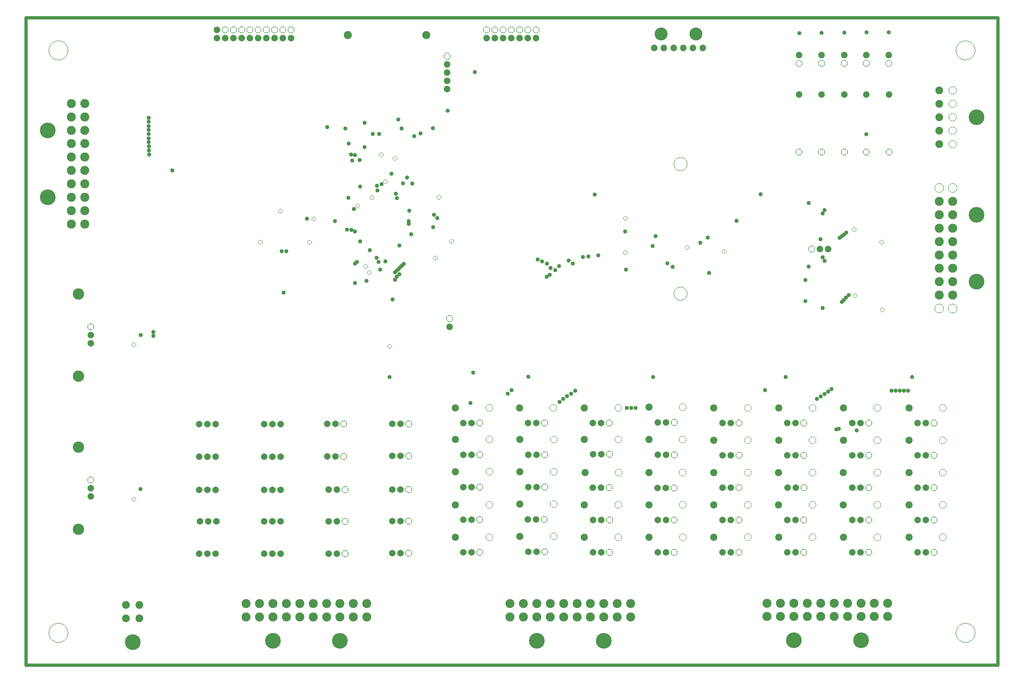
<source format=gbr>
%TF.GenerationSoftware,Altium Limited,Altium Designer,18.0.11 (651)*%
G04 Layer_Physical_Order=3*
G04 Layer_Color=32768*
%FSLAX26Y26*%
%MOIN*%
%TF.FileFunction,Copper,L3,Inr,Plane*%
%TF.Part,Single*%
G01*
G75*
%TA.AperFunction,NonConductor*%
%ADD68C,0.040000*%
%TA.AperFunction,ComponentPad*%
%ADD69C,0.079370*%
%ADD70C,0.086614*%
%ADD71C,0.078740*%
%ADD72C,0.157480*%
%ADD73C,0.079528*%
%TA.AperFunction,ViaPad*%
%ADD74C,0.137795*%
%TA.AperFunction,ComponentPad*%
%ADD75C,0.078740*%
G04:AMPARAMS|DCode=76|XSize=82.677mil|YSize=82.677mil|CornerRadius=0mil|HoleSize=0mil|Usage=FLASHONLY|Rotation=0.000|XOffset=0mil|YOffset=0mil|HoleType=Round|Shape=Relief|Width=5.906mil|Gap=5.906mil|Entries=4|*
%AMTHD76*
7,0,0,0.082677,0.070866,0.005906,45*
%
%ADD76THD76*%
%ADD79C,0.110236*%
%ADD80C,0.191339*%
%ADD81C,0.098425*%
%ADD82C,0.094488*%
G04:AMPARAMS|DCode=83|XSize=98.425mil|YSize=98.425mil|CornerRadius=0mil|HoleSize=0mil|Usage=FLASHONLY|Rotation=0.000|XOffset=0mil|YOffset=0mil|HoleType=Round|Shape=Relief|Width=5.906mil|Gap=5.906mil|Entries=4|*
%AMTHD83*
7,0,0,0.098425,0.086614,0.005906,45*
%
%ADD83THD83*%
G04:AMPARAMS|DCode=84|XSize=83.307mil|YSize=83.307mil|CornerRadius=0mil|HoleSize=0mil|Usage=FLASHONLY|Rotation=0.000|XOffset=0mil|YOffset=0mil|HoleType=Round|Shape=Relief|Width=5.906mil|Gap=5.906mil|Entries=4|*
%AMTHD84*
7,0,0,0.083307,0.071496,0.005906,45*
%
%ADD84THD84*%
%TA.AperFunction,ViaPad*%
%ADD85C,0.051181*%
G04:AMPARAMS|DCode=86|XSize=55.118mil|YSize=55.118mil|CornerRadius=0mil|HoleSize=0mil|Usage=FLASHONLY|Rotation=0.000|XOffset=0mil|YOffset=0mil|HoleType=Round|Shape=Relief|Width=5.906mil|Gap=5.906mil|Entries=4|*
%AMTHD86*
7,0,0,0.055118,0.043307,0.005906,45*
%
%ADD86THD86*%
%TA.AperFunction,ComponentPad*%
G04:AMPARAMS|DCode=87|XSize=90.551mil|YSize=90.551mil|CornerRadius=0mil|HoleSize=0mil|Usage=FLASHONLY|Rotation=0.000|XOffset=0mil|YOffset=0mil|HoleType=Round|Shape=Relief|Width=5.906mil|Gap=5.906mil|Entries=4|*
%AMTHD87*
7,0,0,0.090551,0.078740,0.005906,45*
%
%ADD87THD87*%
G04:AMPARAMS|DCode=88|XSize=82.677mil|YSize=82.677mil|CornerRadius=0mil|HoleSize=0mil|Usage=FLASHONLY|Rotation=0.000|XOffset=0mil|YOffset=0mil|HoleType=Round|Shape=Relief|Width=5.906mil|Gap=5.906mil|Entries=4|*
%AMTHD88*
7,0,0,0.082677,0.070866,0.005906,45*
%
%ADD88THD88*%
%TA.AperFunction,ViaPad*%
G04:AMPARAMS|DCode=89|XSize=169.291mil|YSize=169.291mil|CornerRadius=0mil|HoleSize=0mil|Usage=FLASHONLY|Rotation=0.000|XOffset=0mil|YOffset=0mil|HoleType=Round|Shape=Relief|Width=5.906mil|Gap=5.906mil|Entries=4|*
%AMTHD89*
7,0,0,0.169291,0.157480,0.005906,45*
%
%ADD89THD89*%
G04:AMPARAMS|DCode=90|XSize=240.157mil|YSize=240.157mil|CornerRadius=0mil|HoleSize=0mil|Usage=FLASHONLY|Rotation=0.000|XOffset=0mil|YOffset=0mil|HoleType=Round|Shape=Relief|Width=5.906mil|Gap=5.906mil|Entries=4|*
%AMTHD90*
7,0,0,0.240157,0.228346,0.005906,45*
%
%ADD90THD90*%
%TA.AperFunction,ComponentPad*%
G04:AMPARAMS|DCode=91|XSize=114.173mil|YSize=114.173mil|CornerRadius=0mil|HoleSize=0mil|Usage=FLASHONLY|Rotation=0.000|XOffset=0mil|YOffset=0mil|HoleType=Round|Shape=Relief|Width=5.906mil|Gap=5.906mil|Entries=4|*
%AMTHD91*
7,0,0,0.114173,0.102362,0.005906,45*
%
%ADD91THD91*%
D68*
X11811024D01*
Y7874016D01*
X0D02*
X11811024D01*
X0Y0D02*
Y7874016D01*
D69*
X5697244Y7628346D02*
D03*
X5797244D02*
D03*
X6197244D02*
D03*
X6097244D02*
D03*
X5997244D02*
D03*
X5897244D02*
D03*
X5597244D02*
D03*
X9748031Y5061024D02*
D03*
X9648031Y5061023D02*
D03*
X5147638Y4114173D02*
D03*
X10483077Y7421260D02*
D03*
X5118110Y7309449D02*
D03*
X5118110Y7109449D02*
D03*
X5118111Y7009449D02*
D03*
X5118110Y7209449D02*
D03*
X2820670Y7629921D02*
D03*
X3220670D02*
D03*
X3120670D02*
D03*
X3020670D02*
D03*
X2920670D02*
D03*
X2420669Y7629922D02*
D03*
X2520669Y7629921D02*
D03*
X2620670Y7629922D02*
D03*
X2320670Y7629921D02*
D03*
X2720670Y7629922D02*
D03*
X2320670Y7729922D02*
D03*
X10212014Y7421260D02*
D03*
X9943314D02*
D03*
X9667723D02*
D03*
X9392132D02*
D03*
D70*
X10729134Y1555118D02*
D03*
Y1948819D02*
D03*
Y2342520D02*
D03*
Y2736220D02*
D03*
Y3129921D02*
D03*
X9933465Y1555118D02*
D03*
X9931890Y1948819D02*
D03*
Y2342520D02*
D03*
X9933465Y2736220D02*
D03*
Y3129921D02*
D03*
X9146063Y1555118D02*
D03*
X9144488Y1948819D02*
D03*
Y2342520D02*
D03*
X9146063Y2736220D02*
D03*
Y3129921D02*
D03*
X8358661Y1555118D02*
D03*
X8357087Y1948819D02*
D03*
Y2342520D02*
D03*
X8358661Y2736220D02*
D03*
Y3129921D02*
D03*
X7571260Y1555118D02*
D03*
X7569685Y1948819D02*
D03*
Y2342520D02*
D03*
Y2746063D02*
D03*
Y3139764D02*
D03*
X6783858Y1555118D02*
D03*
Y1948819D02*
D03*
X6792126Y2342520D02*
D03*
X6783858Y2746063D02*
D03*
Y3129921D02*
D03*
X6000787Y1564961D02*
D03*
Y1958661D02*
D03*
Y2352362D02*
D03*
Y2746063D02*
D03*
X5996457Y3129921D02*
D03*
X5217323Y1555118D02*
D03*
Y1948819D02*
D03*
Y2352362D02*
D03*
Y2746063D02*
D03*
Y3129921D02*
D03*
D71*
X10039370Y1371653D02*
D03*
X10139370D02*
D03*
X10039370Y1765354D02*
D03*
X10139370D02*
D03*
X10039370Y2159055D02*
D03*
X10139370D02*
D03*
X10039370Y2552756D02*
D03*
X10139370D02*
D03*
X10039370Y2946456D02*
D03*
X10139370D02*
D03*
X8464567Y1371653D02*
D03*
X8564567D02*
D03*
X8464567Y1765354D02*
D03*
X8564567D02*
D03*
X8464567Y2159055D02*
D03*
X8564567D02*
D03*
X8464567Y2552756D02*
D03*
X8564567D02*
D03*
X6889764Y1371653D02*
D03*
X6989764D02*
D03*
X6889764Y1765354D02*
D03*
X6989764D02*
D03*
X6888189Y2159055D02*
D03*
X6988189D02*
D03*
X6889764Y2564961D02*
D03*
X6989764D02*
D03*
X6888189Y2946456D02*
D03*
X6988189D02*
D03*
X5314961Y1371653D02*
D03*
X5414961D02*
D03*
X5314961Y1768504D02*
D03*
X5414961D02*
D03*
X5313386Y2165354D02*
D03*
X5413386D02*
D03*
X5314961Y2559055D02*
D03*
X5414961D02*
D03*
X5314961Y2946456D02*
D03*
X5414961D02*
D03*
X4449213Y1362599D02*
D03*
X4549213D02*
D03*
X4449213Y1751575D02*
D03*
X4549213D02*
D03*
X4449213Y2137008D02*
D03*
X4549213D02*
D03*
X4449213Y2545351D02*
D03*
X4549213D02*
D03*
X3677871Y1356299D02*
D03*
X3777871D02*
D03*
X3677871Y1750000D02*
D03*
X3777871D02*
D03*
X3677871Y2133859D02*
D03*
X3777871D02*
D03*
X3660631Y2537402D02*
D03*
X3760631D02*
D03*
X3661812Y2934252D02*
D03*
X3761812D02*
D03*
X787402Y4014173D02*
D03*
Y3914173D02*
D03*
X4449213Y2934252D02*
D03*
X4549213D02*
D03*
X7777165Y2952756D02*
D03*
X7677165D02*
D03*
X7777165Y2559055D02*
D03*
X7677165D02*
D03*
X7772366Y2155512D02*
D03*
X7672366D02*
D03*
X7777165Y1765354D02*
D03*
X7677165D02*
D03*
X7777165Y1371653D02*
D03*
X7677165D02*
D03*
X6200787Y2946456D02*
D03*
X6100787D02*
D03*
X6202362Y2559055D02*
D03*
X6102362D02*
D03*
X6202362Y2165354D02*
D03*
X6102362D02*
D03*
X6197562Y1771654D02*
D03*
X6097562D02*
D03*
X6202362Y1377953D02*
D03*
X6102362D02*
D03*
X10935039Y2946456D02*
D03*
X10835039D02*
D03*
X10935039Y2552756D02*
D03*
X10835039D02*
D03*
X10935039Y2159055D02*
D03*
X10835039D02*
D03*
X10935039Y1765354D02*
D03*
X10835039D02*
D03*
X10935039Y1371653D02*
D03*
X10835039D02*
D03*
X9351969Y2946456D02*
D03*
X9251969D02*
D03*
X9351969Y2552756D02*
D03*
X9251969D02*
D03*
X9355118Y2159055D02*
D03*
X9255118D02*
D03*
X9351969Y1765354D02*
D03*
X9251969D02*
D03*
X9351969Y1371653D02*
D03*
X9251969D02*
D03*
X8564567Y2946456D02*
D03*
X8464567D02*
D03*
X787402Y2152363D02*
D03*
Y2052363D02*
D03*
X3092126Y2933071D02*
D03*
X2992126D02*
D03*
X2892126D02*
D03*
X3092126Y2536220D02*
D03*
X2992126D02*
D03*
X2892126D02*
D03*
X3092126Y2132677D02*
D03*
X2992126D02*
D03*
X2892126D02*
D03*
X3092126Y1748819D02*
D03*
X2992126D02*
D03*
X2892126D02*
D03*
X3092126Y1355118D02*
D03*
X2992126D02*
D03*
X2892126D02*
D03*
X2304724Y2933071D02*
D03*
X2204724D02*
D03*
X2104724D02*
D03*
X2304724Y2536220D02*
D03*
X2204724D02*
D03*
X2104724D02*
D03*
X2304724Y2132677D02*
D03*
X2204724D02*
D03*
X2104724D02*
D03*
X2313469Y1748819D02*
D03*
X2213469D02*
D03*
X2113469D02*
D03*
X2304724Y1355118D02*
D03*
X2204724D02*
D03*
X2104724D02*
D03*
D72*
X7717520Y7677953D02*
D03*
X8138779D02*
D03*
D73*
X8223425Y7507874D02*
D03*
X8105315D02*
D03*
X7987205D02*
D03*
X7632874D02*
D03*
X7750984D02*
D03*
X7869095D02*
D03*
D74*
X637795Y3514173D02*
D03*
Y4514173D02*
D03*
Y1652362D02*
D03*
Y2652362D02*
D03*
D75*
X10485748Y6942205D02*
D03*
X10212008D02*
D03*
X9943314Y6941682D02*
D03*
X9667723D02*
D03*
X9392132D02*
D03*
D76*
X10485748Y6242205D02*
D03*
X10212008D02*
D03*
X9943314Y6241682D02*
D03*
X9667723D02*
D03*
X9392132D02*
D03*
D79*
X551181Y5366142D02*
D03*
Y5529134D02*
D03*
Y6181102D02*
D03*
Y6018110D02*
D03*
Y5692126D02*
D03*
Y5855118D02*
D03*
Y6507087D02*
D03*
Y6344095D02*
D03*
Y6670079D02*
D03*
Y6833071D02*
D03*
X714173D02*
D03*
Y6670079D02*
D03*
Y6344095D02*
D03*
Y6507087D02*
D03*
Y5855118D02*
D03*
Y5692126D02*
D03*
Y6018110D02*
D03*
Y6181102D02*
D03*
Y5529134D02*
D03*
Y5366142D02*
D03*
X11259843Y5642126D02*
D03*
Y4990158D02*
D03*
Y5153150D02*
D03*
Y5479134D02*
D03*
Y5316142D02*
D03*
Y4664173D02*
D03*
Y4827166D02*
D03*
Y4501181D02*
D03*
X11096850D02*
D03*
Y4827166D02*
D03*
Y4664173D02*
D03*
Y5316142D02*
D03*
Y5479134D02*
D03*
Y5153150D02*
D03*
Y4990158D02*
D03*
Y5642126D02*
D03*
X7347638Y585039D02*
D03*
X7184646D02*
D03*
X6532677D02*
D03*
X6695669D02*
D03*
X7021654D02*
D03*
X6858661D02*
D03*
X6206693D02*
D03*
X6369685D02*
D03*
X6043701D02*
D03*
X5880709D02*
D03*
Y748032D02*
D03*
X6043701D02*
D03*
X6369685D02*
D03*
X6206693D02*
D03*
X6858661D02*
D03*
X7021654D02*
D03*
X6695669D02*
D03*
X6532677D02*
D03*
X7184646D02*
D03*
X7347638D02*
D03*
X10471654Y590551D02*
D03*
X10308661D02*
D03*
X9656693D02*
D03*
X9819685D02*
D03*
X10145669D02*
D03*
X9982677D02*
D03*
X9330709D02*
D03*
X9493701D02*
D03*
X9167717D02*
D03*
X9004724D02*
D03*
Y753543D02*
D03*
X9167717D02*
D03*
X9493701D02*
D03*
X9330709D02*
D03*
X9982677D02*
D03*
X10145669D02*
D03*
X9819685D02*
D03*
X9656693D02*
D03*
X10308661D02*
D03*
X10471654D02*
D03*
X4141340Y585039D02*
D03*
X3978348D02*
D03*
X3326379D02*
D03*
X3489371D02*
D03*
X3815356D02*
D03*
X3652363D02*
D03*
X3000395D02*
D03*
X3163387D02*
D03*
X2837403D02*
D03*
X2674411D02*
D03*
Y748032D02*
D03*
X2837403D02*
D03*
X3163387D02*
D03*
X3000395D02*
D03*
X3652363D02*
D03*
X3815356D02*
D03*
X3489371D02*
D03*
X3326379D02*
D03*
X3978348D02*
D03*
X4141340D02*
D03*
D80*
X262205Y6507087D02*
D03*
Y5692126D02*
D03*
X11548819Y4664173D02*
D03*
Y5479134D02*
D03*
X6206693Y296063D02*
D03*
X7021654D02*
D03*
X9330709Y301575D02*
D03*
X10145669D02*
D03*
X11548819Y6664567D02*
D03*
X3000395Y296063D02*
D03*
X3815356D02*
D03*
X1298425Y278724D02*
D03*
D81*
X3909449Y7665354D02*
D03*
X4862205D02*
D03*
D82*
X11096850Y6338583D02*
D03*
Y6990551D02*
D03*
Y6827559D02*
D03*
Y6664567D02*
D03*
Y6501575D02*
D03*
X1214961Y730693D02*
D03*
X1377953D02*
D03*
Y567701D02*
D03*
X1214961D02*
D03*
D83*
X11259843Y6990551D02*
D03*
Y6827559D02*
D03*
Y6664567D02*
D03*
Y6501575D02*
D03*
Y6338583D02*
D03*
D84*
X5697244Y7728346D02*
D03*
X6197244D02*
D03*
X6097244D02*
D03*
X5997244D02*
D03*
X5897244D02*
D03*
X5797244D02*
D03*
X5597244D02*
D03*
X9548031Y5061023D02*
D03*
X5147638Y4214173D02*
D03*
X10483077Y7321260D02*
D03*
X5118110Y7409449D02*
D03*
X3220670Y7729921D02*
D03*
X3120670D02*
D03*
X3020670D02*
D03*
X2920670D02*
D03*
X2820670D02*
D03*
X2520669Y7729921D02*
D03*
X2420669Y7729921D02*
D03*
X2720669Y7729922D02*
D03*
X2620670Y7729922D02*
D03*
X10212014Y7321260D02*
D03*
X9943314D02*
D03*
X9667723D02*
D03*
X9392132D02*
D03*
D85*
X9885827Y5197835D02*
D03*
X9941929Y5240158D02*
D03*
X9968504Y5262096D02*
D03*
X3921260Y6345867D02*
D03*
X3659449Y6545276D02*
D03*
X5453740Y7215551D02*
D03*
X6476378Y4854409D02*
D03*
X6431102Y4806102D02*
D03*
X6374016Y4832677D02*
D03*
X6328898Y4885827D02*
D03*
X6268701Y4913386D02*
D03*
X6215551Y4937008D02*
D03*
X6362205Y4748032D02*
D03*
X4944882Y6531496D02*
D03*
X4565041Y6529831D02*
D03*
X4537490Y5106299D02*
D03*
X4137529Y4675914D02*
D03*
X4061785Y5155512D02*
D03*
X4259842Y4956693D02*
D03*
X4368498Y4913386D02*
D03*
X4681035Y5241142D02*
D03*
X4947895Y5327695D02*
D03*
X4505905Y5683149D02*
D03*
X9704528Y4920079D02*
D03*
X9679527Y4961221D02*
D03*
X9231299Y3505905D02*
D03*
X7620079Y3506299D02*
D03*
X6103346Y3507874D02*
D03*
X4417054Y3506621D02*
D03*
X10767126Y3506299D02*
D03*
X8634843Y5405610D02*
D03*
X3962599Y6139764D02*
D03*
X1775591Y6020374D02*
D03*
X4656496Y5527512D02*
D03*
X7290354Y4811024D02*
D03*
X8926181Y5730315D02*
D03*
X6911417Y5724409D02*
D03*
X10212008Y6460236D02*
D03*
X7613071Y5099528D02*
D03*
X7649606Y5218504D02*
D03*
X7281496Y5274882D02*
D03*
X8299213Y4773622D02*
D03*
X8283465Y5201772D02*
D03*
X5854331Y3303150D02*
D03*
X5901772Y3346260D02*
D03*
X5401575Y3188976D02*
D03*
X6484252Y3200787D02*
D03*
X6528543Y3237205D02*
D03*
X6574803Y3271653D02*
D03*
X6622047Y3303150D02*
D03*
X6673228Y3338583D02*
D03*
X7405512Y3129921D02*
D03*
X7354331D02*
D03*
X7299213D02*
D03*
X5433071Y3559055D02*
D03*
X4289661Y6462307D02*
D03*
X3881890Y6527559D02*
D03*
X4112220Y6301165D02*
D03*
X4441167Y5980315D02*
D03*
X4059055Y5822835D02*
D03*
X3917054Y5685039D02*
D03*
X3752463Y5401575D02*
D03*
X3413634Y5430854D02*
D03*
X8192913Y5137795D02*
D03*
X6834646Y4972441D02*
D03*
X6767717Y4964567D02*
D03*
X6952742Y4984242D02*
D03*
X6642874Y4886968D02*
D03*
X6594488Y4921260D02*
D03*
X9470472Y4429134D02*
D03*
Y4685039D02*
D03*
X7795276Y4887953D02*
D03*
X7858268Y4846457D02*
D03*
X6326772Y4724409D02*
D03*
X1391838Y2142021D02*
D03*
X1547244Y4003937D02*
D03*
X1392126Y4014173D02*
D03*
X1547244Y4052173D02*
D03*
X4649606Y5400748D02*
D03*
Y5370079D02*
D03*
X4305219Y4811024D02*
D03*
X4285046Y4905512D02*
D03*
X3106299Y5035388D02*
D03*
X3900243Y5300197D02*
D03*
X3996063Y5275591D02*
D03*
X3163387Y5035433D02*
D03*
X3952756Y5297032D02*
D03*
X4503937Y4724409D02*
D03*
X4535433Y4755905D02*
D03*
X4525591Y4819882D02*
D03*
X4505039Y4799213D02*
D03*
X4546482Y4840787D02*
D03*
X4568898Y4861221D02*
D03*
X4589567Y4881890D02*
D03*
X4483126Y4688976D02*
D03*
X3948819Y6210630D02*
D03*
X3985189Y5547244D02*
D03*
X4177165Y5047244D02*
D03*
X5122047Y6744094D02*
D03*
X4715458Y6437008D02*
D03*
X4795276Y6468504D02*
D03*
X4492126Y5736221D02*
D03*
X4629921Y5933071D02*
D03*
X4578740Y5862205D02*
D03*
X4263779Y5830709D02*
D03*
X4523622Y6637795D02*
D03*
X4054134Y6146432D02*
D03*
X3996063Y6204503D02*
D03*
X4112220Y6598425D02*
D03*
X4212598Y6460630D02*
D03*
X4271654Y5775591D02*
D03*
X4484471Y4778762D02*
D03*
X4484252Y4778543D02*
D03*
X3131890Y4533465D02*
D03*
X9509559Y5621346D02*
D03*
X9653149Y5181496D02*
D03*
X9508858Y4847441D02*
D03*
X9679890Y4345701D02*
D03*
X9679527Y5495670D02*
D03*
X9704528Y5535630D02*
D03*
X9914370Y5218504D02*
D03*
X9913386Y4417323D02*
D03*
X9937992Y4442913D02*
D03*
X9996063Y4500984D02*
D03*
X9964567Y4470472D02*
D03*
X9395669Y7687992D02*
D03*
X9668307Y7692913D02*
D03*
X9943314Y7696266D02*
D03*
X10213583Y7698819D02*
D03*
X10484252Y7697835D02*
D03*
X8981299Y3345472D02*
D03*
X9786417Y3357284D02*
D03*
X9702756Y3297244D02*
D03*
X9748031Y3327756D02*
D03*
X9846457Y2869095D02*
D03*
X9876969Y2876968D02*
D03*
X10092520Y2854331D02*
D03*
X9611220Y3237205D02*
D03*
X9657480Y3268701D02*
D03*
X10517126Y3339173D02*
D03*
X10567126Y3339370D02*
D03*
X10617126Y3339567D02*
D03*
X10667126Y3340354D02*
D03*
X10717126Y3339961D02*
D03*
X4453740Y4448819D02*
D03*
X4018897Y4904767D02*
D03*
X3996063Y4886968D02*
D03*
Y4649606D02*
D03*
X4996396Y5437659D02*
D03*
X4956385Y5478346D02*
D03*
X4320365Y5852362D02*
D03*
X1496063Y6210630D02*
D03*
X1495079Y6261811D02*
D03*
X1494685Y6310630D02*
D03*
X1491535Y6360630D02*
D03*
X1491142Y6410433D02*
D03*
X1490158Y6460630D02*
D03*
X1489173Y6510827D02*
D03*
Y6560039D02*
D03*
X1490158Y6657480D02*
D03*
X1489567Y6610630D02*
D03*
X4692913Y5860423D02*
D03*
D86*
X4125243Y4849652D02*
D03*
X4169664Y4774606D02*
D03*
X7279528Y5019528D02*
D03*
X7283386Y5435039D02*
D03*
X8487205Y5032480D02*
D03*
X8033465Y5080709D02*
D03*
X4317054Y6207677D02*
D03*
X4484471Y6165354D02*
D03*
X4366643Y5881249D02*
D03*
X4205362Y5688976D02*
D03*
X4029336Y5586614D02*
D03*
X3091772Y5523071D02*
D03*
X2846457Y5145669D02*
D03*
X3444882D02*
D03*
X3497295Y5430366D02*
D03*
X1309842Y3897638D02*
D03*
X1309843Y2015748D02*
D03*
X4417054Y3877684D02*
D03*
X10064764Y5299016D02*
D03*
X10396654Y5146654D02*
D03*
X10404528Y4322835D02*
D03*
X10074606Y4495276D02*
D03*
X5016732Y5690945D02*
D03*
X5169291Y5154528D02*
D03*
X4972441Y4950787D02*
D03*
D87*
X11140945Y1555118D02*
D03*
Y1948819D02*
D03*
Y2342520D02*
D03*
Y2736220D02*
D03*
Y3129921D02*
D03*
X10345276Y1555118D02*
D03*
X10343701Y1948819D02*
D03*
Y2342520D02*
D03*
X10345276Y2736220D02*
D03*
Y3129921D02*
D03*
X9557874Y1555118D02*
D03*
X9556299Y1948819D02*
D03*
Y2342520D02*
D03*
X9557874Y2736220D02*
D03*
Y3129921D02*
D03*
X8770472Y1555118D02*
D03*
X8768898Y1948819D02*
D03*
Y2342520D02*
D03*
X8770472Y2736220D02*
D03*
Y3129921D02*
D03*
X7983071Y1555118D02*
D03*
X7981496Y1948819D02*
D03*
Y2342520D02*
D03*
Y2746063D02*
D03*
Y3139764D02*
D03*
X7195669Y1555118D02*
D03*
Y1948819D02*
D03*
X7203937Y2342520D02*
D03*
X7195669Y2746063D02*
D03*
Y3129921D02*
D03*
X6412598Y1564961D02*
D03*
Y1958661D02*
D03*
Y2352362D02*
D03*
Y2746063D02*
D03*
X6408268Y3129921D02*
D03*
X5629134Y1555118D02*
D03*
Y1948819D02*
D03*
Y2352362D02*
D03*
Y2746063D02*
D03*
Y3129921D02*
D03*
D88*
X10239370Y1371653D02*
D03*
Y1765354D02*
D03*
Y2159055D02*
D03*
Y2552756D02*
D03*
Y2946456D02*
D03*
X8664567Y1371653D02*
D03*
Y1765354D02*
D03*
Y2159055D02*
D03*
Y2552756D02*
D03*
X7089764Y1371653D02*
D03*
Y1765354D02*
D03*
X7088189Y2159055D02*
D03*
X7089764Y2564961D02*
D03*
X7088189Y2946456D02*
D03*
X5514961Y1371653D02*
D03*
Y1768504D02*
D03*
X5513386Y2165354D02*
D03*
X5514961Y2559055D02*
D03*
Y2946456D02*
D03*
X4649213Y1362599D02*
D03*
Y1751575D02*
D03*
Y2137008D02*
D03*
Y2545351D02*
D03*
X3877871Y1356299D02*
D03*
Y1750000D02*
D03*
Y2133859D02*
D03*
X3860631Y2537402D02*
D03*
X3861812Y2934252D02*
D03*
X787402Y4114173D02*
D03*
X4649213Y2934252D02*
D03*
X7877165Y2952756D02*
D03*
Y2559055D02*
D03*
X7872366Y2155512D02*
D03*
X7877165Y1765354D02*
D03*
Y1371653D02*
D03*
X6300787Y2946456D02*
D03*
X6302362Y2559055D02*
D03*
Y2165354D02*
D03*
X6297562Y1771654D02*
D03*
X6302362Y1377953D02*
D03*
X11035039Y2946456D02*
D03*
Y2552756D02*
D03*
Y2159055D02*
D03*
Y1765354D02*
D03*
Y1371653D02*
D03*
X9451969Y2946456D02*
D03*
Y2552756D02*
D03*
X9455118Y2159055D02*
D03*
X9451969Y1765354D02*
D03*
Y1371653D02*
D03*
X8664567Y2946456D02*
D03*
X787402Y2252363D02*
D03*
D89*
X7952756Y6094488D02*
D03*
Y4519685D02*
D03*
D90*
X11417323Y393701D02*
D03*
Y7480315D02*
D03*
X393701D02*
D03*
Y393701D02*
D03*
D91*
X11259843Y5805118D02*
D03*
Y4338189D02*
D03*
X11096850D02*
D03*
Y5805118D02*
D03*
%TF.MD5,38de8ed98420021d290e29b5f0cbe5fb*%
M02*

</source>
